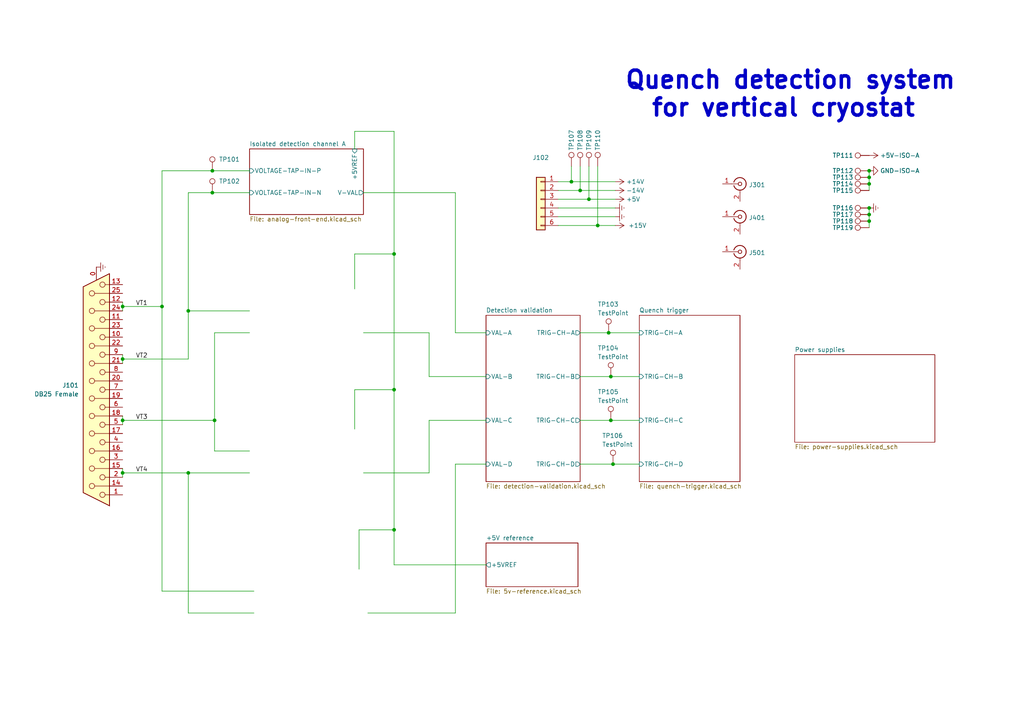
<source format=kicad_sch>
(kicad_sch (version 20211123) (generator eeschema)
  (paper "A4")
  (title_block (title "Quench Detection for Vertical Cryostat") (rev "v1.0.0") (company "CNPEM - Brazilian Center for Research in Energy and Materials") (comment 1 "Group: ENT/AIS") (comment 2 "Authors: Gabriel Brunheira / Samuel Fraga"))
  (lib_symbols
    (symbol "Connector:Conn_Coaxial" (pin_names (offset 1.016) hide)
      (property "Reference" "J" (at 0.254 3.048 0))
      (property "Value" "Conn_Coaxial" (at 2.921 0 90))
      (symbol "Conn_Coaxial_0_1"
        (arc (start -1.778 -0.508) (mid 0.2311 -1.8066) (end 1.778 0) (stroke (width 0.254)))
        (polyline (pts (xy -2.54 0) (xy -0.508 0)))
        (polyline (pts (xy 0 -2.54) (xy 0 -1.778)))
        (circle (center 0 0) (radius 0.508) (stroke (width 0.2032)))
        (arc (start 1.778 0) (mid 0.2099 1.8101) (end -1.778 0.508) (stroke (width 0.254)))
      )
      (symbol "Conn_Coaxial_1_1"
        (pin passive line (at -5.08 0 0) (length 2.54) (name "In") (number "1"))
        (pin passive line (at 0 -5.08 90) (length 2.54) (name "Ext") (number "2"))
      )
    )
    (symbol "Connector:DB25_Female_MountingHoles" (pin_names (offset 1.016) hide)
      (property "Reference" "J" (at 0 36.83 0))
      (property "Value" "DB25_Female_MountingHoles" (at 0 34.925 0))
      (symbol "DB25_Female_MountingHoles_0_1"
        (circle (center -1.778 -30.48) (radius 0.762))
        (circle (center -1.778 -25.4) (radius 0.762))
        (circle (center -1.778 -20.32) (radius 0.762))
        (circle (center -1.778 -15.24) (radius 0.762))
        (circle (center -1.778 -10.16) (radius 0.762))
        (circle (center -1.778 -5.08) (radius 0.762))
        (circle (center -1.778 0) (radius 0.762))
        (circle (center -1.778 5.08) (radius 0.762))
        (circle (center -1.778 10.16) (radius 0.762))
        (circle (center -1.778 15.24) (radius 0.762))
        (circle (center -1.778 20.32) (radius 0.762))
        (circle (center -1.778 25.4) (radius 0.762))
        (circle (center -1.778 30.48) (radius 0.762))
        (polyline (pts (xy -3.81 -30.48) (xy -2.54 -30.48)))
        (polyline (pts (xy -3.81 -27.94) (xy 0.508 -27.94)))
        (polyline (pts (xy -3.81 -25.4) (xy -2.54 -25.4)))
        (polyline (pts (xy -3.81 -22.86) (xy 0.508 -22.86)))
        (polyline (pts (xy -3.81 -20.32) (xy -2.54 -20.32)))
        (polyline (pts (xy -3.81 -17.78) (xy 0.508 -17.78)))
        (polyline (pts (xy -3.81 -15.24) (xy -2.54 -15.24)))
        (polyline (pts (xy -3.81 -12.7) (xy 0.508 -12.7)))
        (polyline (pts (xy -3.81 -10.16) (xy -2.54 -10.16)))
        (polyline (pts (xy -3.81 -7.62) (xy 0.508 -7.62)))
        (polyline (pts (xy -3.81 -5.08) (xy -2.54 -5.08)))
        (polyline (pts (xy -3.81 -2.54) (xy 0.508 -2.54)))
        (polyline (pts (xy -3.81 0) (xy -2.54 0)))
        (polyline (pts (xy -3.81 2.54) (xy 0.508 2.54)))
        (polyline (pts (xy -3.81 5.08) (xy -2.54 5.08)))
        (polyline (pts (xy -3.81 7.62) (xy 0.508 7.62)))
        (polyline (pts (xy -3.81 10.16) (xy -2.54 10.16)))
        (polyline (pts (xy -3.81 12.7) (xy 0.508 12.7)))
        (polyline (pts (xy -3.81 15.24) (xy -2.54 15.24)))
        (polyline (pts (xy -3.81 17.78) (xy 0.508 17.78)))
        (polyline (pts (xy -3.81 20.32) (xy -2.54 20.32)))
        (polyline (pts (xy -3.81 22.86) (xy 0.508 22.86)))
        (polyline (pts (xy -3.81 25.4) (xy -2.54 25.4)))
        (polyline (pts (xy -3.81 27.94) (xy 0.508 27.94)))
        (polyline (pts (xy -3.81 30.48) (xy -2.54 30.48)))
        (polyline (pts (xy -3.81 33.655) (xy 3.81 29.845) (xy 3.81 -29.845) (xy -3.81 -33.655) (xy -3.81 33.655)) (stroke (width 0.254)) (fill (type background)))
        (circle (center 1.27 -27.94) (radius 0.762))
        (circle (center 1.27 -22.86) (radius 0.762))
        (circle (center 1.27 -17.78) (radius 0.762))
        (circle (center 1.27 -12.7) (radius 0.762))
        (circle (center 1.27 -7.62) (radius 0.762))
        (circle (center 1.27 -2.54) (radius 0.762))
        (circle (center 1.27 2.54) (radius 0.762))
        (circle (center 1.27 7.62) (radius 0.762))
        (circle (center 1.27 12.7) (radius 0.762))
        (circle (center 1.27 17.78) (radius 0.762))
        (circle (center 1.27 22.86) (radius 0.762))
        (circle (center 1.27 27.94) (radius 0.762))
      )
      (symbol "DB25_Female_MountingHoles_1_1"
        (pin passive line (at 0 -35.56 90) (length 3.81) (name "PAD") (number "0"))
        (pin passive line (at -7.62 30.48 0) (length 3.81) (name "1") (number "1"))
        (pin passive line (at -7.62 -15.24 0) (length 3.81) (name "10") (number "10"))
        (pin passive line (at -7.62 -20.32 0) (length 3.81) (name "11") (number "11"))
        (pin passive line (at -7.62 -25.4 0) (length 3.81) (name "12") (number "12"))
        (pin passive line (at -7.62 -30.48 0) (length 3.81) (name "13") (number "13"))
        (pin passive line (at -7.62 27.94 0) (length 3.81) (name "P14") (number "14"))
        (pin passive line (at -7.62 22.86 0) (length 3.81) (name "P15") (number "15"))
        (pin passive line (at -7.62 17.78 0) (length 3.81) (name "P16") (number "16"))
        (pin passive line (at -7.62 12.7 0) (length 3.81) (name "P17") (number "17"))
        (pin passive line (at -7.62 7.62 0) (length 3.81) (name "P18") (number "18"))
        (pin passive line (at -7.62 2.54 0) (length 3.81) (name "P19") (number "19"))
        (pin passive line (at -7.62 25.4 0) (length 3.81) (name "2") (number "2"))
        (pin passive line (at -7.62 -2.54 0) (length 3.81) (name "P20") (number "20"))
        (pin passive line (at -7.62 -7.62 0) (length 3.81) (name "P21") (number "21"))
        (pin passive line (at -7.62 -12.7 0) (length 3.81) (name "P22") (number "22"))
        (pin passive line (at -7.62 -17.78 0) (length 3.81) (name "P23") (number "23"))
        (pin passive line (at -7.62 -22.86 0) (length 3.81) (name "P24") (number "24"))
        (pin passive line (at -7.62 -27.94 0) (length 3.81) (name "P25") (number "25"))
        (pin passive line (at -7.62 20.32 0) (length 3.81) (name "3") (number "3"))
        (pin passive line (at -7.62 15.24 0) (length 3.81) (name "4") (number "4"))
        (pin passive line (at -7.62 10.16 0) (length 3.81) (name "5") (number "5"))
        (pin passive line (at -7.62 5.08 0) (length 3.81) (name "6") (number "6"))
        (pin passive line (at -7.62 0 0) (length 3.81) (name "7") (number "7"))
        (pin passive line (at -7.62 -5.08 0) (length 3.81) (name "8") (number "8"))
        (pin passive line (at -7.62 -10.16 0) (length 3.81) (name "9") (number "9"))
      )
    )
    (symbol "Connector:TestPoint" (pin_numbers hide) (pin_names (offset 0.762) hide)
      (property "Reference" "TP" (at 0 6.858 0))
      (property "Value" "TestPoint" (at 0 5.08 0))
      (symbol "TestPoint_0_1"
        (circle (center 0 3.302) (radius 0.762))
      )
      (symbol "TestPoint_1_1"
        (pin passive line (at 0 0 90) (length 2.54) (name "1") (number "1"))
      )
    )
    (symbol "Connector_Generic:Conn_01x06" (pin_names (offset 1.016) hide)
      (property "Reference" "J" (at 0 7.62 0))
      (property "Value" "Conn_01x06" (at 0 -10.16 0))
      (symbol "Conn_01x06_1_1"
        (rectangle (start -1.27 -7.493) (end 0 -7.747) (stroke (width 0.1524)))
        (rectangle (start -1.27 -4.953) (end 0 -5.207) (stroke (width 0.1524)))
        (rectangle (start -1.27 -2.413) (end 0 -2.667) (stroke (width 0.1524)))
        (rectangle (start -1.27 0.127) (end 0 -0.127) (stroke (width 0.1524)))
        (rectangle (start -1.27 2.667) (end 0 2.413) (stroke (width 0.1524)))
        (rectangle (start -1.27 5.207) (end 0 4.953) (stroke (width 0.1524)))
        (rectangle (start -1.27 6.35) (end 1.27 -8.89) (stroke (width 0.254)) (fill (type background)))
        (pin passive line (at -5.08 5.08 0) (length 3.81) (name "Pin_1") (number "1"))
        (pin passive line (at -5.08 2.54 0) (length 3.81) (name "Pin_2") (number "2"))
        (pin passive line (at -5.08 0 0) (length 3.81) (name "Pin_3") (number "3"))
        (pin passive line (at -5.08 -2.54 0) (length 3.81) (name "Pin_4") (number "4"))
        (pin passive line (at -5.08 -5.08 0) (length 3.81) (name "Pin_5") (number "5"))
        (pin passive line (at -5.08 -7.62 0) (length 3.81) (name "Pin_6") (number "6"))
      )
    )
    (symbol "power:+15V" (power) (pin_names (offset 0))
      (property "Value" "+15V" (at 0 3.556 0))
      (symbol "+15V_0_1"
        (polyline (pts (xy -0.762 1.27) (xy 0 2.54)))
        (polyline (pts (xy 0 0) (xy 0 2.54)))
        (polyline (pts (xy 0 2.54) (xy 0.762 1.27)))
      )
      (symbol "+15V_1_1"
        (pin power_in line (at 0 0 90) (length 0) hide (name "+15V") (number "1"))
      )
    )
    (symbol "power:+5V" (power) (pin_names (offset 0))
      (property "Value" "+5V" (at 0 3.556 0))
      (symbol "+5V_0_1"
        (polyline (pts (xy -0.762 1.27) (xy 0 2.54)))
        (polyline (pts (xy 0 0) (xy 0 2.54)))
        (polyline (pts (xy 0 2.54) (xy 0.762 1.27)))
      )
      (symbol "+5V_1_1"
        (pin power_in line (at 0 0 90) (length 0) hide (name "+5V") (number "1"))
      )
    )
    (symbol "power:Earth" (power) (pin_names (offset 0))
      (symbol "Earth_0_1"
        (polyline (pts (xy -0.635 -1.905) (xy 0.635 -1.905)))
        (polyline (pts (xy -0.127 -2.54) (xy 0.127 -2.54)))
        (polyline (pts (xy 0 -1.27) (xy 0 0)))
        (polyline (pts (xy 1.27 -1.27) (xy -1.27 -1.27)))
      )
      (symbol "Earth_1_1"
        (pin power_in line (at 0 0 270) (length 0) hide (name "Earth") (number "1"))
      )
    )
    (symbol "qds-cv-lib-sym:+14V" (power) (pin_names (offset 0))
      (property "Value" "+14V" (at -2.54 3.81 0))
      (symbol "+14V_0_1"
        (polyline (pts (xy -0.762 1.27) (xy 0 2.54)))
        (polyline (pts (xy 0 0) (xy 0 2.54)))
        (polyline (pts (xy 0 2.54) (xy 0.762 1.27)))
      )
      (symbol "+14V_1_1"
        (pin power_in line (at 0 0 90) (length 0) hide (name "+14V") (number "1"))
      )
    )
    (symbol "qds-cv-lib-sym:+5V-ISO-A" (power) (pin_names (offset 0))
      (property "Value" "+5V-ISO-A" (at -2.54 3.81 0))
      (symbol "+5V-ISO-A_0_1"
        (polyline (pts (xy -0.762 1.27) (xy 0 2.54)))
        (polyline (pts (xy 0 0) (xy 0 2.54)))
        (polyline (pts (xy 0 2.54) (xy 0.762 1.27)))
      )
      (symbol "+5V-ISO-A_1_1"
        (pin power_in line (at 0 0 90) (length 0) hide (name "+5V-ISO-A") (number "1"))
      )
    )
    (symbol "qds-cv-lib-sym:-14V" (power) (pin_names (offset 0))
      (property "Value" "-14V" (at -2.54 3.81 0))
      (symbol "-14V_0_1"
        (polyline (pts (xy -0.762 1.27) (xy 0 2.54)))
        (polyline (pts (xy 0 0) (xy 0 2.54)))
        (polyline (pts (xy 0 2.54) (xy 0.762 1.27)))
      )
      (symbol "-14V_1_1"
        (pin power_in line (at 0 0 90) (length 0) hide (name "-14V") (number "1"))
      )
    )
    (symbol "qds-cv-lib-sym:GND-ISO-A" (power) (pin_names (offset 0))
      (property "Value" "GND-ISO-A" (at 0 -3.81 0))
      (symbol "GND-ISO-A_0_1"
        (polyline (pts (xy 0 0) (xy 0 -1.27) (xy 1.27 -1.27) (xy 0 -2.54) (xy -1.27 -1.27) (xy 0 -1.27)))
      )
      (symbol "GND-ISO-A_1_1"
        (pin power_in line (at 0 0 270) (length 0) hide (name "GND-ISO-A") (number "1"))
      )
    )
  )
  (junction (at 62.23 121.92))
  (junction (at 177.165 109.22))
  (junction (at 173.355 65.405))
  (junction (at 114.3 153.67))
  (junction (at 114.3 73.66))
  (junction (at 46.99 88.9))
  (junction (at 170.815 57.785))
  (junction (at 252.095 53.34))
  (junction (at 168.275 55.245))
  (junction (at 252.095 51.435))
  (junction (at 61.595 55.88))
  (junction (at 35.56 137.16))
  (junction (at 114.3 113.03))
  (junction (at 176.53 96.52))
  (junction (at 165.735 52.705))
  (junction (at 252.095 49.53))
  (junction (at 54.61 90.17))
  (junction (at 35.56 121.92))
  (junction (at 54.61 137.16))
  (junction (at 61.595 49.53))
  (junction (at 177.165 121.92))
  (junction (at 252.095 64.135))
  (junction (at 35.56 104.14))
  (junction (at 35.56 88.9))
  (junction (at 252.095 62.23))
  (junction (at 252.095 60.325))
  (junction (at 177.8 134.62))
  (wire (pts (xy 62.23 121.92) (xy 62.23 96.52)))
  (wire (pts (xy 168.275 48.26) (xy 168.275 55.245)))
  (wire (pts (xy 124.46 137.16) (xy 124.46 121.92)))
  (wire (pts (xy 35.56 120.65) (xy 35.56 121.92)))
  (wire (pts (xy 252.095 49.53) (xy 252.095 51.435)))
  (wire (pts (xy 161.925 60.325) (xy 178.435 60.325)))
  (wire (pts (xy 54.61 137.16) (xy 72.39 137.16)))
  (wire (pts (xy 124.46 109.22) (xy 140.97 109.22)))
  (wire (pts (xy 35.56 87.63) (xy 35.56 88.9)))
  (wire (pts (xy 114.3 153.67) (xy 114.3 113.03)))
  (wire (pts (xy 62.23 96.52) (xy 72.39 96.52)))
  (wire (pts (xy 106.68 177.8) (xy 132.08 177.8)))
  (wire (pts (xy 105.41 137.16) (xy 124.46 137.16)))
  (wire (pts (xy 168.275 55.245) (xy 178.435 55.245)))
  (wire (pts (xy 35.56 104.14) (xy 54.61 104.14)))
  (wire (pts (xy 46.99 49.53) (xy 46.99 88.9)))
  (wire (pts (xy 173.355 48.26) (xy 173.355 65.405)))
  (wire (pts (xy 61.595 49.53) (xy 72.39 49.53)))
  (wire (pts (xy 102.87 38.1) (xy 102.87 43.18)))
  (wire (pts (xy 35.56 137.16) (xy 35.56 138.43)))
  (wire (pts (xy 73.66 171.45) (xy 46.99 171.45)))
  (wire (pts (xy 35.56 88.9) (xy 46.99 88.9)))
  (wire (pts (xy 114.3 73.66) (xy 114.3 113.03)))
  (wire (pts (xy 105.41 96.52) (xy 124.46 96.52)))
  (wire (pts (xy 35.56 137.16) (xy 54.61 137.16)))
  (wire (pts (xy 168.275 109.22) (xy 177.165 109.22)))
  (wire (pts (xy 252.095 60.325) (xy 252.095 62.23)))
  (wire (pts (xy 132.08 134.62) (xy 140.97 134.62)))
  (wire (pts (xy 165.735 48.26) (xy 165.735 52.705)))
  (wire (pts (xy 35.56 88.9) (xy 35.56 90.17)))
  (wire (pts (xy 177.165 121.92) (xy 185.42 121.92)))
  (wire (pts (xy 132.08 96.52) (xy 140.97 96.52)))
  (wire (pts (xy 168.275 121.92) (xy 177.165 121.92)))
  (wire (pts (xy 114.3 38.1) (xy 114.3 73.66)))
  (wire (pts (xy 62.23 130.81) (xy 72.39 130.81)))
  (wire (pts (xy 61.595 55.88) (xy 72.39 55.88)))
  (wire (pts (xy 62.23 121.92) (xy 62.23 130.81)))
  (wire (pts (xy 102.87 38.1) (xy 114.3 38.1)))
  (wire (pts (xy 35.56 121.92) (xy 35.56 123.19)))
  (wire (pts (xy 252.095 62.23) (xy 252.095 64.135)))
  (wire (pts (xy 170.815 57.785) (xy 178.435 57.785)))
  (wire (pts (xy 252.095 53.34) (xy 252.095 55.245)))
  (wire (pts (xy 161.925 62.865) (xy 178.435 62.865)))
  (wire (pts (xy 54.61 90.17) (xy 72.39 90.17)))
  (wire (pts (xy 124.46 96.52) (xy 124.46 109.22)))
  (wire (pts (xy 54.61 55.88) (xy 61.595 55.88)))
  (wire (pts (xy 252.095 51.435) (xy 252.095 53.34)))
  (wire (pts (xy 104.14 153.67) (xy 114.3 153.67)))
  (wire (pts (xy 102.87 113.03) (xy 114.3 113.03)))
  (wire (pts (xy 140.97 163.83) (xy 114.3 163.83)))
  (wire (pts (xy 124.46 121.92) (xy 140.97 121.92)))
  (wire (pts (xy 35.56 104.14) (xy 35.56 105.41)))
  (wire (pts (xy 54.61 137.16) (xy 54.61 177.8)))
  (wire (pts (xy 46.99 49.53) (xy 61.595 49.53)))
  (wire (pts (xy 168.275 134.62) (xy 177.8 134.62)))
  (wire (pts (xy 170.815 48.26) (xy 170.815 57.785)))
  (wire (pts (xy 132.08 55.88) (xy 132.08 96.52)))
  (wire (pts (xy 35.56 121.92) (xy 62.23 121.92)))
  (wire (pts (xy 35.56 135.89) (xy 35.56 137.16)))
  (wire (pts (xy 54.61 177.8) (xy 73.66 177.8)))
  (wire (pts (xy 132.08 177.8) (xy 132.08 134.62)))
  (wire (pts (xy 161.925 52.705) (xy 165.735 52.705)))
  (wire (pts (xy 176.53 96.52) (xy 185.42 96.52)))
  (wire (pts (xy 54.61 90.17) (xy 54.61 104.14)))
  (wire (pts (xy 104.14 165.1) (xy 104.14 153.67)))
  (wire (pts (xy 54.61 90.17) (xy 54.61 55.88)))
  (wire (pts (xy 105.41 55.88) (xy 132.08 55.88)))
  (wire (pts (xy 102.87 124.46) (xy 102.87 113.03)))
  (wire (pts (xy 102.87 83.82) (xy 102.87 73.66)))
  (wire (pts (xy 165.735 52.705) (xy 178.435 52.705)))
  (wire (pts (xy 252.095 64.135) (xy 252.095 66.04)))
  (wire (pts (xy 161.925 65.405) (xy 173.355 65.405)))
  (wire (pts (xy 102.87 73.66) (xy 114.3 73.66)))
  (wire (pts (xy 173.355 65.405) (xy 178.435 65.405)))
  (wire (pts (xy 161.925 55.245) (xy 168.275 55.245)))
  (wire (pts (xy 161.925 57.785) (xy 170.815 57.785)))
  (wire (pts (xy 177.8 134.62) (xy 185.42 134.62)))
  (wire (pts (xy 168.275 96.52) (xy 176.53 96.52)))
  (wire (pts (xy 35.56 102.87) (xy 35.56 104.14)))
  (wire (pts (xy 177.165 109.22) (xy 185.42 109.22)))
  (wire (pts (xy 114.3 163.83) (xy 114.3 153.67)))
  (wire (pts (xy 46.99 88.9) (xy 46.99 171.45)))
  (text "Quench detection system \n  for vertical cryostat" (at 180.975 34.29 0) (effects (font (size 5 5) (thickness 1) bold) (justify left bottom)))
  (label "VT3" (at 39.37 121.92 0))
  (label "VT1" (at 39.37 88.9 0))
  (label "VT2" (at 39.37 104.14 0))
  (label "VT4" (at 39.37 137.16 0))
  (symbol (lib_id "Connector:TestPoint") (at 252.095 60.325 90) (unit 1)
    (property "Reference" "TP116" (at 244.475 60.325 90))
    (property "Value" "TestPoint" (effects hide))
    (property "Footprint" "qds-cv-lib:TestPoint_Keystone_5010-5014_Multipurpose" (effects hide))
    (property "Datasheet" "https://www.keyelco.com/product-pdf.cfm?p=1321" (effects hide))
  )
  (symbol (lib_id "Connector:TestPoint") (at 177.8 134.62 0) (unit 1)
    (property "Reference" "TP106" (at 174.625 126.365 0) (effects (justify left)))
    (property "Value" "TestPoint" (at 174.625 128.905 0) (effects (justify left)))
    (property "Footprint" "qds-cv-lib:TestPoint_Keystone_5010-5014_Multipurpose" (effects hide))
    (property "Datasheet" "https://www.keyelco.com/product-pdf.cfm?p=1321" (effects hide))
  )
  (symbol (lib_id "power:Earth") (at 252.095 60.325 90) (unit 1)
    (property "Reference" "#PWR0116" (effects hide))
    (property "Value" "Earth" (effects hide))
  )
  (symbol (lib_id "qds-cv-lib-sym:GND-ISO-A") (at 252.095 49.53 90) (unit 1)
    (property "Reference" "#PWR0115" (effects hide))
    (property "Value" "GND-ISO-A" (at 255.27 49.5299 90) (effects (justify right)))
  )
  (symbol (lib_id "Connector:TestPoint") (at 177.165 121.92 0) (unit 1)
    (property "Reference" "TP105" (at 173.355 113.665 0) (effects (justify left)))
    (property "Value" "TestPoint" (at 173.355 116.205 0) (effects (justify left)))
    (property "Footprint" "qds-cv-lib:TestPoint_Keystone_5010-5014_Multipurpose" (effects hide))
    (property "Datasheet" "https://www.keyelco.com/product-pdf.cfm?p=1321" (effects hide))
  )
  (symbol (lib_id "Connector:TestPoint") (at 252.095 53.34 90) (unit 1)
    (property "Reference" "TP114" (at 244.475 53.34 90))
    (property "Value" "TestPoint" (effects hide))
    (property "Footprint" "qds-cv-lib:TestPoint_Keystone_5010-5014_Multipurpose" (effects hide))
    (property "Datasheet" "https://www.keyelco.com/product-pdf.cfm?p=1321" (effects hide))
  )
  (symbol (lib_id "qds-cv-lib-sym:+14V") (at 178.435 52.705 270) (unit 1)
    (property "Reference" "#PWR0102" (effects hide))
    (property "Value" "+14V" (at 181.61 52.7049 90) (effects (justify left)))
  )
  (symbol (lib_id "Connector:TestPoint") (at 252.095 45.085 90) (unit 1)
    (property "Reference" "TP111" (at 244.475 45.085 90))
    (property "Value" "TestPoint" (effects hide))
    (property "Footprint" "qds-cv-lib:TestPoint_Keystone_5010-5014_Multipurpose" (effects hide))
    (property "Datasheet" "https://www.keyelco.com/product-pdf.cfm?p=1321" (effects hide))
  )
  (symbol (lib_id "Connector:Conn_Coaxial") (at 214.63 73.025 0) (unit 1)
    (property "Reference" "J501" (at 217.17 73.3181 0) (effects (justify left)))
    (property "Value" "Conn_Coaxial" (effects hide))
    (property "Footprint" "qds-cv-lib:Molex_0731375003" (effects hide))
    (property "Datasheet" "https://www.molex.com/pdm_docs/sd/731375003_sd.pdf" (effects hide))
    (property "CNPEM Code" "AP107369" (effects hide))
    (property "Manufacturer" "Molex" (effects hide))
    (property "Part Number" "0731375003" (effects hide))
    (property "Vendor Link" "https://www.digikey.com/en/products/detail/molex/0731375003/1465136?s=N4IgTCBcDaIAwHYDMBGJCCsc5JAXQF8g&vendor=0" (effects hide))
    (property "Description" "BNC Jack Right Angle PCB" (effects hide))
  )
  (symbol (lib_id "Connector:TestPoint") (at 176.53 96.52 0) (unit 1)
    (property "Reference" "TP103" (at 173.355 88.265 0) (effects (justify left)))
    (property "Value" "TestPoint" (at 173.355 90.805 0) (effects (justify left)))
    (property "Footprint" "qds-cv-lib:TestPoint_Keystone_5010-5014_Multipurpose" (effects hide))
    (property "Datasheet" "https://www.keyelco.com/product-pdf.cfm?p=1321" (effects hide))
  )
  (symbol (lib_id "Connector:TestPoint") (at 61.595 49.53 0) (unit 1)
    (property "Reference" "TP101" (at 63.5 46.2279 0) (effects (justify left)))
    (property "Value" "VT1" (effects hide))
    (property "Footprint" "qds-cv-lib:TestPoint_Keystone_5010-5014_Multipurpose" (effects hide))
    (property "Datasheet" "https://www.keyelco.com/product-pdf.cfm?p=1321" (effects hide))
  )
  (symbol (lib_id "Connector:TestPoint") (at 252.095 66.04 90) (unit 1)
    (property "Reference" "TP119" (at 244.475 66.04 90))
    (property "Value" "TestPoint" (effects hide))
    (property "Footprint" "qds-cv-lib:TestPoint_Keystone_5010-5014_Multipurpose" (effects hide))
    (property "Datasheet" "https://www.keyelco.com/product-pdf.cfm?p=1321" (effects hide))
  )
  (symbol (lib_id "Connector:TestPoint") (at 252.095 62.23 90) (unit 1)
    (property "Reference" "TP117" (at 244.475 62.23 90))
    (property "Value" "TestPoint" (effects hide))
    (property "Footprint" "qds-cv-lib:TestPoint_Keystone_5010-5014_Multipurpose" (effects hide))
    (property "Datasheet" "https://www.keyelco.com/product-pdf.cfm?p=1321" (effects hide))
  )
  (symbol (lib_id "Connector:Conn_Coaxial") (at 214.63 53.34 0) (unit 1)
    (property "Reference" "J301" (at 217.17 53.6331 0) (effects (justify left)))
    (property "Value" "Conn_Coaxial" (effects hide))
    (property "Footprint" "qds-cv-lib:Molex_0731375003" (effects hide))
    (property "Datasheet" "https://www.molex.com/pdm_docs/sd/731375003_sd.pdf" (effects hide))
    (property "CNPEM Code" "AP107369" (effects hide))
    (property "Manufacturer" "Molex" (effects hide))
    (property "Part Number" "0731375003" (effects hide))
    (property "Vendor Link" "https://www.digikey.com/en/products/detail/molex/0731375003/1465136?s=N4IgTCBcDaIAwHYDMBGJCCsc5JAXQF8g&vendor=0" (effects hide))
    (property "Description" "BNC Jack Right Angle PCB" (effects hide))
  )
  (symbol (lib_id "power:Earth") (at 27.94 77.47 90) (unit 1)
    (property "Reference" "#PWR0101" (effects hide))
    (property "Value" "Earth" (effects hide))
  )
  (symbol (lib_id "Connector:TestPoint") (at 168.275 48.26 0) (unit 1)
    (property "Reference" "TP108" (at 168.275 40.64 90))
    (property "Value" "TestPoint" (effects hide))
    (property "Footprint" "qds-cv-lib:TestPoint_Keystone_5010-5014_Multipurpose" (effects hide))
    (property "Datasheet" "https://www.keyelco.com/product-pdf.cfm?p=1321" (effects hide))
  )
  (symbol (lib_id "Connector:Conn_Coaxial") (at 214.63 62.865 0) (unit 1)
    (property "Reference" "J401" (at 217.17 63.1581 0) (effects (justify left)))
    (property "Value" "Conn_Coaxial" (effects hide))
    (property "Footprint" "qds-cv-lib:Molex_0731375003" (effects hide))
    (property "Datasheet" "https://www.molex.com/pdm_docs/sd/731375003_sd.pdf" (effects hide))
    (property "CNPEM Code" "AP107369" (effects hide))
    (property "Manufacturer" "Molex" (effects hide))
    (property "Part Number" "0731375003" (effects hide))
    (property "Vendor Link" "https://www.digikey.com/en/products/detail/molex/0731375003/1465136?s=N4IgTCBcDaIAwHYDMBGJCCsc5JAXQF8g&vendor=0" (effects hide))
    (property "Description" "BNC Jack Right Angle PCB" (effects hide))
  )
  (symbol (lib_id "Connector:DB25_Female_MountingHoles") (at 27.94 113.03 180) (unit 1)
    (property "Reference" "J101" (at 22.86 111.7599 0) (effects (justify left)))
    (property "Value" "DB25 Female" (at 22.86 114.2999 0) (effects (justify left)))
    (property "Footprint" "Connector_Dsub:DSUB-25_Female_Horizontal_P2.77x2.84mm_EdgePinOffset7.70mm_Housed_MountingHolesOffset9.12mm" (effects hide))
    (property "Datasheet" "https://www.phoenixcontact.com/pt-br/produtos/caixa-basica-da-placa-de-circuito-impresso-mcv-15-6-gf-381-1830635" (effects hide))
    (property "Description" "D-Sub Connector 25 Pins Receptable, Female, Through Hole for PCB" (effects hide))
    (property "Manufacturer" "Amphenol FCI" (effects hide))
  )
  (symbol (lib_id "Connector:TestPoint") (at 252.095 51.435 90) (unit 1)
    (property "Reference" "TP113" (at 244.475 51.435 90))
    (property "Value" "TestPoint" (effects hide))
    (property "Footprint" "qds-cv-lib:TestPoint_Keystone_5010-5014_Multipurpose" (effects hide))
    (property "Datasheet" "https://www.keyelco.com/product-pdf.cfm?p=1321" (effects hide))
  )
  (symbol (lib_id "qds-cv-lib-sym:+5V-ISO-A") (at 252.095 45.085 270) (unit 1)
    (property "Reference" "#PWR0107" (effects hide))
    (property "Value" "+5V-ISO-A" (at 255.27 45.0849 90) (effects (justify left)))
  )
  (symbol (lib_id "Connector_Generic:Conn_01x06") (at 156.845 57.785 0) (mirror y) (unit 1)
    (property "Reference" "J102" (at 156.845 45.72 0))
    (property "Value" "Conn_01x08" (effects hide))
    (property "Footprint" "Connector_Phoenix_MC:PhoenixContact_MCV_1,5_6-GF-3.81_1x06_P3.81mm_Vertical_ThreadedFlange" (effects hide))
    (property "Datasheet" "file:///C:/Users/samuel.fraga/Downloads/1803468_03_en_00.pdf" (effects hide))
  )
  (symbol (lib_id "Connector:TestPoint") (at 165.735 48.26 0) (unit 1)
    (property "Reference" "TP107" (at 165.735 40.64 90))
    (property "Value" "TestPoint" (effects hide))
    (property "Footprint" "qds-cv-lib:TestPoint_Keystone_5010-5014_Multipurpose" (effects hide))
    (property "Datasheet" "https://www.keyelco.com/product-pdf.cfm?p=1321" (effects hide))
  )
  (symbol (lib_id "power:Earth") (at 178.435 62.865 90) (unit 1)
    (property "Reference" "#PWR0117" (effects hide))
    (property "Value" "Earth" (effects hide))
  )
  (symbol (lib_id "Connector:TestPoint") (at 177.165 109.22 0) (unit 1)
    (property "Reference" "TP104" (at 173.355 100.965 0) (effects (justify left)))
    (property "Value" "TestPoint" (at 173.355 103.505 0) (effects (justify left)))
    (property "Footprint" "qds-cv-lib:TestPoint_Keystone_5010-5014_Multipurpose" (effects hide))
    (property "Datasheet" "https://www.keyelco.com/product-pdf.cfm?p=1321" (effects hide))
  )
  (symbol (lib_id "power:+15V") (at 178.435 65.405 270) (unit 1)
    (property "Reference" "#PWR0106" (effects hide))
    (property "Value" "+15V" (at 182.245 65.4049 90) (effects (justify left)))
  )
  (symbol (lib_id "Connector:TestPoint") (at 252.095 55.245 90) (unit 1)
    (property "Reference" "TP115" (at 244.475 55.245 90))
    (property "Value" "TestPoint" (effects hide))
    (property "Footprint" "qds-cv-lib:TestPoint_Keystone_5010-5014_Multipurpose" (effects hide))
    (property "Datasheet" "https://www.keyelco.com/product-pdf.cfm?p=1321" (effects hide))
  )
  (symbol (lib_id "power:Earth") (at 178.435 60.325 90) (unit 1)
    (property "Reference" "#PWR0105" (effects hide))
    (property "Value" "Earth" (effects hide))
  )
  (symbol (lib_id "Connector:TestPoint") (at 252.095 64.135 90) (unit 1)
    (property "Reference" "TP118" (at 244.475 64.135 90))
    (property "Value" "TestPoint" (effects hide))
    (property "Footprint" "qds-cv-lib:TestPoint_Keystone_5010-5014_Multipurpose" (effects hide))
    (property "Datasheet" "https://www.keyelco.com/product-pdf.cfm?p=1321" (effects hide))
  )
  (symbol (lib_id "power:+5V") (at 178.435 57.785 270) (unit 1)
    (property "Reference" "#PWR0104" (effects hide))
    (property "Value" "+5V" (at 181.61 57.7849 90) (effects (justify left)))
  )
  (symbol (lib_id "Connector:TestPoint") (at 170.815 48.26 0) (unit 1)
    (property "Reference" "TP109" (at 170.815 40.64 90))
    (property "Value" "TestPoint" (effects hide))
    (property "Footprint" "qds-cv-lib:TestPoint_Keystone_5010-5014_Multipurpose" (effects hide))
    (property "Datasheet" "https://www.keyelco.com/product-pdf.cfm?p=1321" (effects hide))
  )
  (symbol (lib_id "Connector:TestPoint") (at 173.355 48.26 0) (unit 1)
    (property "Reference" "TP110" (at 173.355 40.64 90))
    (property "Value" "TestPoint" (effects hide))
    (property "Footprint" "qds-cv-lib:TestPoint_Keystone_5010-5014_Multipurpose" (effects hide))
    (property "Datasheet" "https://www.keyelco.com/product-pdf.cfm?p=1321" (effects hide))
  )
  (symbol (lib_id "Connector:TestPoint") (at 252.095 49.53 90) (unit 1)
    (property "Reference" "TP112" (at 244.475 49.53 90))
    (property "Value" "TestPoint" (effects hide))
    (property "Footprint" "qds-cv-lib:TestPoint_Keystone_5010-5014_Multipurpose" (effects hide))
    (property "Datasheet" "https://www.keyelco.com/product-pdf.cfm?p=1321" (effects hide))
  )
  (symbol (lib_id "Connector:TestPoint") (at 61.595 55.88 0) (unit 1)
    (property "Reference" "TP102" (at 63.5 52.5779 0) (effects (justify left)))
    (property "Value" "VT2" (effects hide))
    (property "Footprint" "qds-cv-lib:TestPoint_Keystone_5010-5014_Multipurpose" (effects hide))
    (property "Datasheet" "https://www.keyelco.com/product-pdf.cfm?p=1321" (effects hide))
  )
  (symbol (lib_id "qds-cv-lib-sym:-14V") (at 178.435 55.245 270) (unit 1)
    (property "Reference" "#PWR0103" (effects hide))
    (property "Value" "-14V" (at 181.61 55.2449 90) (effects (justify left)))
  )
  (sheet (at 230.505 102.87) (size 40.64 25.4) (stroke (width 0.1524))
    (property "Sheet name" "Power supplies" (at 230.505 102.1584 0) (effects (justify left bottom)))
    (property "Sheet file" "power-supplies.kicad_sch" (at 230.505 128.8546 0) (effects (justify left top)))
  )
  (sheet (at 72.39 43.18) (size 33.02 19.05) (stroke (width 0.1524))
    (property "Sheet name" "Isolated detection channel A" (at 72.39 42.4684 0) (effects (justify left bottom)))
    (property "Sheet file" "analog-front-end.kicad_sch" (at 72.39 62.8146 0) (effects (justify left top)))
    (pin "+5VREF" input (at 102.87 43.18 90))
    (pin "VOLTAGE-TAP-IN-P" input (at 72.39 49.53 180))
    (pin "VOLTAGE-TAP-IN-N" input (at 72.39 55.88 180))
    (pin "V-VAL" output (at 105.41 55.88 0))
  )
  (sheet (at 140.97 91.44) (size 27.305 48.26) (stroke (width 0.1524))
    (property "Sheet name" "Detection validation" (at 140.97 90.7284 0) (effects (justify left bottom)))
    (property "Sheet file" "detection-validation.kicad_sch" (at 140.97 140.2846 0) (effects (justify left top)))
    (pin "VAL-B" input (at 140.97 109.22 180))
    (pin "VAL-A" input (at 140.97 96.52 180))
    (pin "VAL-D" input (at 140.97 134.62 180))
    (pin "TRIG-CH-A" output (at 168.275 96.52 0))
    (pin "TRIG-CH-B" output (at 168.275 109.22 0))
    (pin "TRIG-CH-C" output (at 168.275 121.92 0))
    (pin "TRIG-CH-D" output (at 168.275 134.62 0))
    (pin "VAL-C" input (at 140.97 121.92 180))
  )
  (sheet (at 185.42 91.44) (size 29.21 48.26) (stroke (width 0.1524))
    (property "Sheet name" "Quench trigger" (at 185.42 90.7284 0) (effects (justify left bottom)))
    (property "Sheet file" "quench-trigger.kicad_sch" (at 185.42 140.2846 0) (effects (justify left top)))
    (pin "TRIG-CH-A" input (at 185.42 96.52 180))
    (pin "TRIG-CH-C" input (at 185.42 121.92 180))
    (pin "TRIG-CH-B" input (at 185.42 109.22 180))
    (pin "TRIG-CH-D" input (at 185.42 134.62 180))
  )
  (sheet (at 140.97 157.48) (size 26.67 12.7) (stroke (width 0.1524))
    (property "Sheet name" "+5V reference" (at 140.97 156.7684 0) (effects (justify left bottom)))
    (property "Sheet file" "5v-reference.kicad_sch" (at 140.97 170.7646 0) (effects (justify left top)))
    (pin "+5VREF" output (at 140.97 163.83 180))
  )
)
</source>
